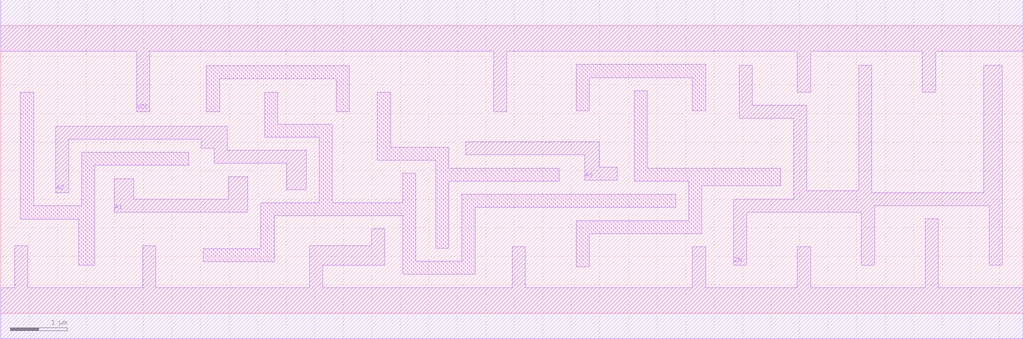
<source format=lef>
# Copyright 2022 GlobalFoundries PDK Authors
#
# Licensed under the Apache License, Version 2.0 (the "License");
# you may not use this file except in compliance with the License.
# You may obtain a copy of the License at
#
#      http://www.apache.org/licenses/LICENSE-2.0
#
# Unless required by applicable law or agreed to in writing, software
# distributed under the License is distributed on an "AS IS" BASIS,
# WITHOUT WARRANTIES OR CONDITIONS OF ANY KIND, either express or implied.
# See the License for the specific language governing permissions and
# limitations under the License.

MACRO gf180mcu_fd_sc_mcu9t5v0__xnor3_4
  CLASS core ;
  FOREIGN gf180mcu_fd_sc_mcu9t5v0__xnor3_4 0.0 0.0 ;
  ORIGIN 0 0 ;
  SYMMETRY X Y ;
  SITE GF018hv5v_green_sc9 ;
  SIZE 17.92 BY 5.04 ;
  PIN A1
    DIRECTION INPUT ;
    ANTENNAGATEAREA 0.8595 ;
    PORT
      LAYER Metal1 ;
        POLYGON 1.99 1.77 4.33 1.77 4.33 2.395 3.99 2.395 3.99 2 2.33 2 2.33 2.36 1.99 2.36  ;
    END
  END A1
  PIN A2
    DIRECTION INPUT ;
    ANTENNAGATEAREA 0.8595 ;
    PORT
      LAYER Metal1 ;
        POLYGON 0.96 2.11 1.19 2.11 1.19 3.05 3.29 3.05 3.51 3.05 3.51 2.89 3.74 2.89 3.74 2.625 5.01 2.625 5.01 2.165 5.35 2.165 5.35 2.855 3.97 2.855 3.97 3.28 3.29 3.28 0.96 3.28  ;
    END
  END A2
  PIN A3
    DIRECTION INPUT ;
    ANTENNAGATEAREA 2.1705 ;
    PORT
      LAYER Metal1 ;
        POLYGON 8.145 2.775 9.785 2.775 10.23 2.775 10.23 2.33 10.805 2.33 10.805 2.56 10.49 2.56 10.49 3.005 9.785 3.005 8.145 3.005  ;
    END
  END A3
  PIN ZN
    DIRECTION OUTPUT ;
    ANTENNADIFFAREA 4.593 ;
    PORT
      LAYER Metal1 ;
        POLYGON 12.94 3.415 13.665 3.415 13.895 3.415 13.895 2 12.84 2 12.84 0.845 13.07 0.845 13.07 1.77 15.08 1.77 15.08 0.845 15.31 0.845 15.31 1.885 17.32 1.885 17.32 0.845 17.55 0.845 17.55 4.345 17.22 4.345 17.22 2.115 15.26 2.115 15.26 4.345 15.03 4.345 15.03 2.15 14.125 2.15 14.125 3.645 13.665 3.645 13.17 3.645 13.17 4.345 12.94 4.345  ;
    END
  END ZN
  PIN VDD
    DIRECTION INOUT ;
    USE power ;
    SHAPE ABUTMENT ;
    PORT
      LAYER Metal1 ;
        POLYGON 0 4.59 2.385 4.59 2.385 3.535 2.615 3.535 2.615 4.59 3.29 4.59 6.11 4.59 8.64 4.59 8.64 3.535 8.87 3.535 8.87 4.59 9.785 4.59 12.35 4.59 13.665 4.59 13.96 4.59 13.96 3.875 14.19 3.875 14.19 4.59 16.15 4.59 16.15 3.875 16.38 3.875 16.38 4.59 17.92 4.59 17.92 5.49 13.665 5.49 12.35 5.49 9.785 5.49 6.11 5.49 3.29 5.49 0 5.49  ;
    END
  END VDD
  PIN VSS
    DIRECTION INOUT ;
    USE ground ;
    SHAPE ABUTMENT ;
    PORT
      LAYER Metal1 ;
        POLYGON 0 -0.45 17.92 -0.45 17.92 0.45 16.43 0.45 16.43 1.655 16.2 1.655 16.2 0.45 14.19 0.45 14.19 1.165 13.96 1.165 13.96 0.45 12.35 0.45 12.35 1.165 12.12 1.165 12.12 0.45 9.19 0.45 9.19 1.165 8.96 1.165 8.96 0.45 5.645 0.45 5.645 0.845 6.73 0.845 6.73 1.48 6.5 1.48 6.5 1.185 5.415 1.185 5.415 0.45 2.715 0.45 2.715 1.185 2.485 1.185 2.485 0.45 0.475 0.45 0.475 1.185 0.245 1.185 0.245 0.45 0 0.45  ;
    END
  END VSS
  OBS
      LAYER Metal1 ;
        POLYGON 0.345 1.65 1.365 1.65 1.365 0.845 1.65 0.845 1.65 2.59 3.29 2.59 3.29 2.82 1.42 2.82 1.42 1.88 0.575 1.88 0.575 3.875 0.345 3.875  ;
        POLYGON 3.605 3.535 3.835 3.535 3.835 4.105 5.88 4.105 5.88 3.535 6.11 3.535 6.11 4.335 3.605 4.335  ;
        POLYGON 6.6 2.68 7.62 2.68 7.62 1.14 7.85 1.14 7.85 2.315 9.785 2.315 9.785 2.545 7.85 2.545 7.85 2.91 6.83 2.91 6.83 3.875 6.6 3.875  ;
        POLYGON 4.625 3.085 5.58 3.085 5.58 1.935 4.56 1.935 4.56 1.13 3.55 1.13 3.55 0.9 4.79 0.9 4.79 1.705 5.63 1.705 5.63 1.71 7.04 1.71 7.04 0.68 8.31 0.68 8.31 1.855 11.825 1.855 11.825 2.085 8.08 2.085 8.08 0.91 7.27 0.91 7.27 2.45 7.04 2.45 7.04 1.94 5.81 1.94 5.81 3.315 4.855 3.315 4.855 3.875 4.625 3.875  ;
        POLYGON 10.08 3.55 10.31 3.55 10.31 4.13 12.12 4.13 12.12 3.55 12.35 3.55 12.35 4.36 10.08 4.36  ;
        POLYGON 11.1 2.315 12.055 2.315 12.055 1.625 10.08 1.625 10.08 0.815 10.31 0.815 10.31 1.395 12.285 1.395 12.285 2.23 13.665 2.23 13.665 2.545 11.33 2.545 11.33 3.9 11.1 3.9  ;
  END
END gf180mcu_fd_sc_mcu9t5v0__xnor3_4

</source>
